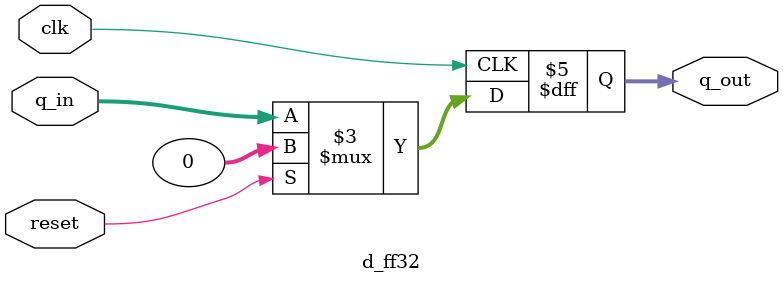
<source format=sv>
module d_ff32(
    input logic clk,reset,
    input logic [31:0] q_in,
    output logic [31:0] q_out
);

always_ff @(posedge clk) begin
    if(reset)
        q_out <= 32'b0;
    else 
        q_out <= q_in;
end


endmodule
</source>
